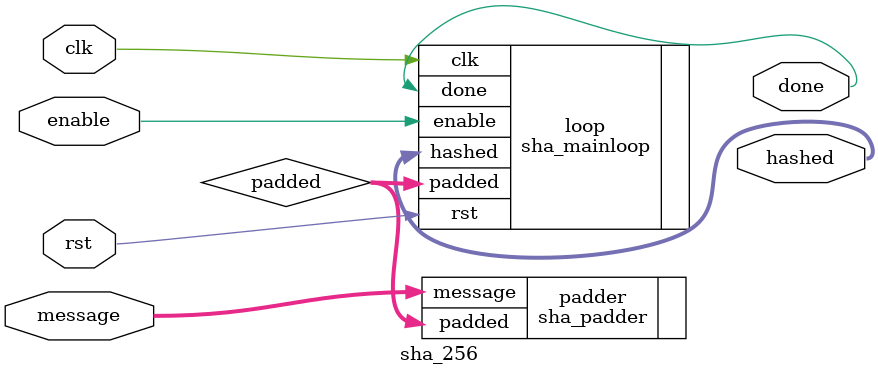
<source format=sv>
`timescale 1 ns / 10 ps

module sha_256			#(parameter MSG_SIZE = 24,
				parameter PADDED_SIZE = 512)
				(input logic [MSG_SIZE-1:0] message,
				input logic clk, 
				input logic rst,
				input logic enable,
				output logic [255:0] hashed,
				output logic done);

	logic[PADDED_SIZE-1:0] padded;

	sha_padder #(.MSG_SIZE(MSG_SIZE), .PADDED_SIZE(PADDED_SIZE)) padder (.message(message), .padded(padded));
	sha_mainloop #(.PADDED_SIZE(PADDED_SIZE)) loop (.padded(padded), .hashed(hashed), .clk(clk), .rst(rst), .enable (enable), .done(done));
endmodule // sha_256
</source>
